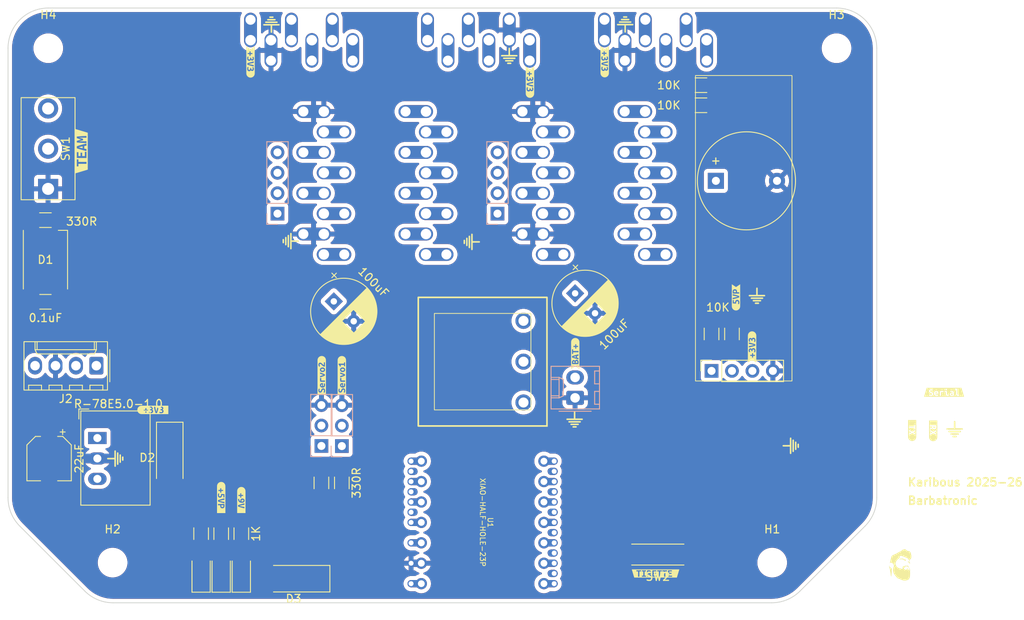
<source format=kicad_pcb>
(kicad_pcb (version 20241229) (generator "pcbnew") (generator_version "9.0")
  (layers (0 "F.Cu" signal "Front") (2 "B.Cu" signal "Back") (13 "F.Paste" user) (15 "B.Paste" user) (5 "F.SilkS" user "F.Silkscreen") (7 "B.SilkS" user "B.Silkscreen") (1 "F.Mask" user) (3 "B.Mask" user) (25 "Edge.Cuts" user))
  (net 0 "")
  (net 1 "GND")
  (net 2 "Net-(J7-Pin_1)")
  (net 3 "+5VP")
  (net 4 "+3.3V")
  (net 5 "Net-(J7-Pin_2)")
  (net 6 "Net-(J7-Pin_3)")
  (net 7 "Net-(J7-Pin_4)")
  (net 8 "Net-(J8-Pin_1)")
  (net 9 "Net-(J8-Pin_2)")
  (net 10 "Net-(J8-Pin_3)")
  (net 11 "Net-(J8-Pin_4)")
  (net 13 "Net-(D3-K)")
  (net 14 "Net-(D1-DIN)")
  (net 15 "RX")
  (net 16 "Net-(D4-A)")
  (net 17 "TX")
  (net 18 "Tirette")
  (net 19 "Net-(D5-A)")
  (net 20 "LED_Status")
  (net 21 "Net-(J4-Pin_1)")
  (net 23 "Color_Team")
  (net 24 "SCL")
  (net 25 "SDA")
  (net 27 "XSHUT_RIGHT")
  (net 29 "XSHUT_LEFT")
  (net 33 "LeftDir")
  (net 34 "LeftStep")
  (net 35 "LeftMS2")
  (net 36 "LeftMS1")
  (net 37 "EnDriver")
  (net 38 "RightDir")
  (net 39 "RightStep")
  (net 40 "+BATT")
  (net 43 "Net-(J6-Pin_1)")
  (net 44 "Servo01")
  (net 45 "Servo02")
  (net 51 "XSHUT_CENTER")
  (net 55 "+9V")
  (net 56 "Net-(D10-A)")
  (net 57 "Buzzer")
  (footprint "MountingHole:MountingHole_3.2mm_M3" (layer "F.Cu") (at 93 134)
    (property "Reference" "H2" (at 0 -4.15 0) (layer "F.SilkS"))
    (property "Value" "MountingHole")
    (pad "" np_thru_hole circle (at 0 0) (size 3.2 3.2) (drill 3.2) (layers "*.Cu" "*.Mask"))
  )
  (footprint "LOGO" (layer "F.Cu") (at 115.138539 94 -90)
    (property "Reference" "G***" (hide yes))
    (property "Value" "LOGO" (hide yes))
  )
  (footprint "kibuzzard-670C04A5" (layer "F.Cu") (at 154.176487 71.685492 -90)
    (property "Reference" "kibuzzard-670C04A5" (hide yes))
    (property "Value" "G***" (hide yes))
  )
  (footprint "LOGO" (layer "F.Cu") (at 142.310126 70.957562)
    (property "Reference" "G***" (hide yes))
    (property "Value" "LOGO" (hide yes))
  )
  (footprint "MountingHole:MountingHole_3.2mm_M3" (layer "F.Cu") (at 85 70)
    (property "Reference" "H4" (at 0 -4.15 0) (layer "F.SilkS"))
    (property "Value" "MountingHole")
    (pad "" np_thru_hole circle (at 0 0) (size 3.2 3.2) (drill 3.2) (layers "*.Cu" "*.Mask"))
  )
  (footprint "kibuzzard-670C04A5" (layer "F.Cu") (at 144.885584 74.232796 -90)
    (property "Reference" "kibuzzard-670C04A5" (hide yes))
    (property "Value" "G***" (hide yes))
  )
  (footprint "kibuzzard-670C04A5" (layer "F.Cu") (at 172.498539 107.165126 90)
    (property "Reference" "kibuzzard-670C04A5" (hide yes))
    (property "Value" "G***" (hide yes))
  )
  (footprint "MountingHole:MountingHole_3.2mm_M3" (layer "F.Cu") (at 175 134)
    (property "Reference" "H1" (at 0 -4.15 0) (layer "F.SilkS"))
    (property "Value" "MountingHole")
    (pad "" np_thru_hole circle (at 0 0) (size 3.2 3.2) (drill 3.2) (layers "*.Cu" "*.Mask"))
  )
  (footprint "LOGO" (layer "F.Cu") (at 150.435124 116.192187)
    (property "Reference" "G***" (hide yes))
    (property "Value" "LOGO" (hide yes))
  )
  (footprint "kibuzzard-670C047F" (layer "F.Cu") (at 150.518539 107.98 90)
    (property "Reference" "kibuzzard-670C047F" (hide yes))
    (property "Value" "G***" (hide yes))
  )
  (footprint "Capacitor_SMD:CP_Elec_5x5.4" (layer "F.Cu") (at 85.104001 121.060489 -90)
    (property "Reference" "C11")
    (property "Value" "22uF" (at 0 -3.75 90) (layer "F.SilkS"))
    (pad "1" smd roundrect (at -2.2 0 270) (size 3 1.6) (layers "F.Cu" "F.Mask" "F.Paste") (roundrect_rratio 0.15625) (net 55 "+9V"))
    (pad "2" smd roundrect (at 2.2 0 270) (size 3 1.6) (layers "F.Cu" "F.Mask" "F.Paste") (roundrect_rratio 0.15625) (net 1 "GND"))
  )
  (footprint "Converter_DCDC:Converter_DCDC_RECOM_R-78E-0.5_THT" (layer "F.Cu") (at 91.104001 118.503 -90)
    (property "Reference" "U5" (hide yes))
    (property "Value" "R-78E5.0-1.0" (at -4.247984 -2.611225 0) (layer "F.SilkS"))
    (pad "1" thru_hole rect (at 0 0 270) (size 1.5 2.3) (drill 1) (layers "*.Cu" "*.Mask") (net 55 "+9V"))
    (pad "2" thru_hole oval (at 2.54 0 270) (size 1.5 2.3) (drill 1) (layers "*.Cu" "*.Mask") (net 1 "GND") (thermal_bridge_width 1.2))
    (pad "3" thru_hole oval (at 5.079999 0 270) (size 1.5 2.3) (drill 1) (layers "*.Cu" "*.Mask") (net 3 "+5VP"))
  )
  (footprint "Connector_Molex:Molex_KK-254_AE-6410-04A_1x04_P2.54mm_Vertical" (layer "F.Cu") (at 90.98 109.5 180)
    (property "Reference" "J2" (at 3.81 -4.12 0) (layer "F.SilkS"))
    (property "Value" "Conn_01x04")
    (pad "1" thru_hole roundrect (at 0 0 180) (size 1.74 2.19) (drill 1.19) (layers "*.Cu" "*.Mask") (roundrect_rratio 0.143678) (net 17 "TX"))
    (pad "2" thru_hole oval (at 2.54 0 180) (size 1.74 2.19) (drill 1.19) (layers "*.Cu" "*.Mask") (net 15 "RX"))
    (pad "3" thru_hole oval (at 5.08 0 180) (size 1.74 2.19) (drill 1.19) (layers "*.Cu" "*.Mask") (net 1 "GND"))
    (pad "4" thru_hole oval (at 7.62 0 180) (size 1.74 2.19) (drill 1.19) (layers "*.Cu" "*.Mask") (net 3 "+5VP"))
  )
  (footprint "Diode_SMD:D_SMA_Handsoldering" (layer "F.Cu") (at 115.5 136 180)
    (property "Reference" "D3" (at 0 -2.5 0) (layer "F.SilkS"))
    (property "Value" "SS14")
    (pad "1" smd roundrect (at -2.5 0 180) (size 3.5 1.8) (layers "F.Cu" "F.Mask" "F.Paste") (roundrect_rratio 0.1388888889) (net 13 "Net-(D3-K)"))
    (pad "2" smd roundrect (at 2.5 0 180) (size 3.5 1.8) (layers "F.Cu" "F.Mask" "F.Paste") (roundrect_rratio 0.1388888889) (net 3 "+5VP"))
  )
  (footprint "kibuzzard-670C0436" (layer "F.Cu") (at 121.498539 110.71 90)
    (property "Reference" "kibuzzard-670C0436" (hide yes))
    (property "Value" "G***" (hide yes))
  )
  (footprint "Capacitor_THT:CP_Radial_D8.0mm_P3.50mm" (layer "F.Cu") (at 120.498539 101.5 -45)
    (property "Reference" "C7" (hide yes))
    (property "Value" "100uF" (at 1.800977 -5.17605 135) (layer "F.SilkS"))
    (pad "1" thru_hole rect (at 0 0 315) (size 1.6 1.6) (drill 0.8) (layers "*.Cu" "*.Mask") (net 55 "+9V"))
    (pad "2" thru_hole circle (at 3.5 0 315) (size 1.6 1.6) (drill 0.8) (layers "*.Cu" "*.Mask") (net 1 "GND"))
  )
  (footprint "LED_SMD:LED_1206_3216Metric" (layer "F.Cu") (at 109 135.399999 90)
    (property "Reference" "D4" (hide yes))
    (property "Value" "Red")
    (pad "1" smd roundrect (at -1.399999 0 90) (size 1.25 1.75) (layers "F.Cu" "F.Mask" "F.Paste") (roundrect_rratio 0.2) (net 1 "GND"))
    (pad "2" smd roundrect (at 1.399999 0 90) (size 1.25 1.75) (layers "F.Cu" "F.Mask" "F.Paste") (roundrect_rratio 0.2) (net 16 "Net-(D4-A)"))
  )
  (footprint "Resistor_SMD:R_1206_3216Metric_Pad1.30x1.75mm_HandSolder" (layer "F.Cu") (at 109 130.399999 90)
    (property "Reference" "R2" (hide yes))
    (property "Value" "1K" (at 0 1.82 90) (layer "F.SilkS"))
    (pad "1" smd roundrect (at -1.550001 0 90) (size 1.3 1.75) (layers "F.Cu" "F.Mask" "F.Paste") (roundrect_rratio 0.192308) (net 16 "Net-(D4-A)"))
    (pad "2" smd roundrect (at 1.550001 0 90) (size 1.3 1.75) (layers "F.Cu" "F.Mask" "F.Paste") (roundrect_rratio 0.192308) (net 55 "+9V"))
  )
  (footprint "kibuzzard-670C04A5" (layer "F.Cu") (at 110.146311 71.717502 -90)
    (property "Reference" "kibuzzard-670C04A5" (hide yes))
    (property "Value" "G***" (hide yes))
  )
  (footprint "LOGO" (layer "F.Cu") (at 177.316697 119.46535 90)
    (property "Reference" "G***" (hide yes))
    (property "Value" "LOGO" (hide yes))
  )
  (footprint "Connector_PinSocket_2.54mm:PinSocket_1x04_P2.54mm_Vertical" (layer "F.Cu") (at 167.46 110.148002 90)
    (property "Reference" "J13" (hide yes))
    (property "Value" "OLED" (hide yes))
    (pad "1" thru_hole rect (at 0 0 90) (size 1.7 1.7) (drill 1) (layers "*.Cu" "*.Mask") (net 25 "SDA"))
    (pad "2" thru_hole oval (at 0 2.54 90) (size 1.7 1.7) (drill 1) (layers "*.Cu" "*.Mask") (net 24 "SCL"))
    (pad "3" thru_hole oval (at 0 5.079999 90) (size 1.7 1.7) (drill 1) (layers "*.Cu" "*.Mask") (net 4 "+3.3V"))
    (pad "4" thru_hole oval (at 0 7.62 90) (size 1.7 1.7) (drill 1) (layers "*.Cu" "*.Mask") (net 1 "GND"))
  )
  (footprint "Resistor_SMD:R_1206_3216Metric_Pad1.30x1.75mm_HandSolder" (layer "F.Cu") (at 166.148538 74.6 180)
    (property "Reference" "R11" (hide yes))
    (property "Value" "10K" (at 4 0 0) (layer "F.SilkS"))
    (pad "1" smd roundrect (at -1.550001 0 180) (size 1.3 1.75) (layers "F.Cu" "F.Mask" "F.Paste") (roundrect_rratio 0.192308) (net 4 "+3.3V"))
    (pad "2" smd roundrect (at 1.550001 0 180) (size 1.3 1.75) (layers "F.Cu" "F.Mask" "F.Paste") (roundrect_rratio 0.192308) (net 25 "SDA"))
  )
  (footprint "kibuzzard-670C0614" (layer "F.Cu") (at 106.5 125.899999 -90)
    (property "Reference" "kibuzzard-670C0614" (hide yes))
    (property "Value" "G***" (hide yes))
  )
  (footprint "Buzzer_Beeper:Buzzer_12x9.5RM7.6" (layer "F.Cu") (at 168 86.5)
    (property "Reference" "BZ2" (hide yes))
    (property "Value" "Buzzer")
    (fp_text user "+" (at -0.01 -2.54 0) (layer "F.SilkS"))
    (pad "1" thru_hole rect (at 0 0) (size 2 2) (drill 1) (layers "*.Cu" "*.Mask") (net 57 "Buzzer"))
    (pad "2" thru_hole circle (at 7.600001 0) (size 2 2) (drill 1) (layers "*.Cu" "*.Mask") (net 1 "GND"))
  )
  (footprint "PAMI-2025:UB16SKW03N-C" (layer "F.Cu") (at 139 109)
    (property "Reference" "SW3" (hide yes))
    (property "Value" "SW_SPDT")
    (pad "1" thru_hole circle (at 5.08 5.08) (size 2 2) (drill 1.25) (layers "*.Cu" "*.Mask") (net 40 "+BATT"))
    (pad "2" thru_hole circle (at 5.079999 0) (size 2 2) (drill 1.25) (layers "*.Cu" "*.Mask") (net 55 "+9V"))
    (pad "3" thru_hole circle (at 5.08 -5.08) (size 2 2) (drill 1.25) (layers "*.Cu" "*.Mask"))
  )
  (footprint "LOGO" (layer "F.Cu") (at 156.719972 67.037083 180)
    (property "Reference" "G***" (hide yes))
    (property "Value" "LOGO" (hide yes))
  )
  (footprint "LOGO" (layer "F.Cu") (at 190.894539 134.2808)
    (property "Reference" "G***" (hide yes))
    (property "Value" "LOGO" (hide yes))
  )
  (footprint "kibuzzard-670C07A3" (layer "F.Cu") (at 192.400963 117.564976 -90)
    (property "Reference" "kibuzzard-670C07A3" (hide yes))
    (property "Value" "G***" (hide yes))
  )
  (footprint "Capacitor_THT:CP_Radial_D8.0mm_P3.50mm" (layer "F.Cu") (at 150.498539 100.5 -45)
    (property "Reference" "C6" (hide yes))
    (property "Value" "100uF" (at 7.041369 0.162635 45) (layer "F.SilkS"))
    (pad "1" thru_hole rect (at 0 0 315) (size 1.6 1.6) (drill 0.8) (layers "*.Cu" "*.Mask") (net 55 "+9V"))
    (pad "2" thru_hole circle (at 3.5 0 315) (size 1.6 1.6) (drill 0.8) (layers "*.Cu" "*.Mask") (net 1 "GND"))
  )
  (footprint "PAMI-2025:Step-Stick Driver Bottom Entry Version" (layer "F.Cu") (at 125.608539 86.77 180)
    (property "Reference" "U4" (hide yes))
    (property "Value" "TMC2208_SILENTSTEPSTICK")
    (pad "1" thru_hole oval (at -8.89 -8.89 180) (size 4.3 1.6) (drill 1.25 (offset 1.27 0)) (layers "*.Cu" "*.Mask") (net 37 "EnDriver"))
    (pad "1" thru_hole circle (at -6.35 -8.89) (size 1.55 1.55) (drill 1.3) (layers "*.Cu" "*.Mask") (net 37 "EnDriver"))
    (pad "2" thru_hole circle (at -6.35 -6.35) (size 1.55 1.55) (drill 1.3) (layers "*.Cu" "*.Mask") (net 36 "LeftMS1"))
    (pad "2" thru_hole oval (at -3.81 -6.35) (size 4.3 1.6) (drill 1.25 (offset 1.27 0)) (layers "*.Cu" "*.Mask") (net 36 "LeftMS1"))
    (pad "3" thru_hole oval (at -8.89 -3.81 180) (size 4.3 1.6) (drill 1.25 (offset 1.27 0)) (layers "*.Cu" "*.Mask") (net 35 "LeftMS2"))
    (pad "3" thru_hole circle (at -6.35 -3.81) (size 1.55 1.55) (drill 1.3) (layers "*.Cu" "*.Mask") (net 35 "LeftMS2"))
    (pad "4" thru_hole circle (at -6.35 -1.270001) (size 1.55 1.55) (drill 1.3) (layers "*.Cu" "*.Mask"))
    (pad "4" thru_hole oval (at -3.81 -1.27) (size 4.3 1.6) (drill 1.25 (offset 1.27 0)) (layers "*.Cu" "*.Mask"))
    (pad "5" thru_hole oval (at -8.89 1.27 180) (size 4.3 1.6) (drill 1.25 (offset 1.27 0)) (layers "*.Cu" "*.Mask"))
    (pad "5" thru_hole circle (at -6.35 1.270001) (size 1.55 1.55) (drill 1.3) (layers "*.Cu" "*.Mask"))
    (pad "6" thru_hole circle (at -6.35 3.81) (size 1.55 1.55) (drill 1.3) (layers "*.Cu" "*.Mask"))
    (pad "6" thru_hole oval (at -3.81 3.81) (size 4.3 1.6) (drill 1.25 (offset 1.27 0)) (layers "*.Cu" "*.Mask"))
    (pad "7" thru_hole oval (at -8.89 6.35 180) (size 4.3 1.6) (drill 1.25 (offset 1.27 0)) (layers "*.Cu" "*.Mask") (net 34 "LeftStep"))
    (pad "7" thru_hole circle (at -6.35 6.35) (size 1.55 1.55) (drill 1.3) (layers "*.Cu" "*.Mask") (net 34 "LeftStep"))
    (pad "8" thru_hole circle (at -6.35 8.89) (size 1.55 1.55) (drill 1.3) (layers "*.Cu" "*.Mask") (net 33 "LeftDir"))
    (pad "8" thru_hole oval (at -3.81 8.89) (size 4.3 1.6) (drill 1.25 (offset 1.27 0)) (layers "*.Cu" "*.Mask") (net 33 "LeftDir"))
    (pad "9" thru_hole circle (at 6.35 8.89) (size 1.55 1.55) (drill 1.3) (layers "*.Cu" "*.Mask") (net 1 "GND"))
    (pad "9" thru_hole oval (at 8.89 8.89) (size 4.3 1.6) (drill 1.25 (offset 1.27 0)) (layers "*.Cu" "*.Mask") (net 1 "GND"))
    (pad "10" thru_hole oval (at 3.81 6.35 180) (size 4.3 1.6) (drill 1.25 (offset 1.27 0)) (layers "*.Cu" "*.Mask") (net 4 "+3.3V"))
    (pad "10" thru_hole circle (at 6.35 6.35) (size 1.55 1.55) (drill 1.3) (layers "*.Cu" "*.Mask") (net 4 "+3.3V"))
    (pad "11" thru_hole circle (at 6.35 3.81) (size 1.55 1.55) (drill 1.3) (layers "*.Cu" "*.Mask") (net 7 "Net-(J7-Pin_4)"))
    (pad "11" thru_hole oval (at 8.89 3.81) (size 4.3 1.6) (drill 1.25 (offset 1.27 0)) (layers "*.Cu" "*.Mask") (net 7 "Net-(J7-Pin_4)"))
    (pad "12" thru_hole oval (at 3.81 1.27 180) (size 4.3 1.6) (drill 1.25 (offset 1.27 0)) (layers "*.Cu" "*.Mask") (net 6 "Net-(J7-Pin_3)"))
    (pad "12" thru_hole circle (at 6.35 1.270001) (size 1.55 1.55) (drill 1.3) (layers "*.Cu" "*.Mask") (net 6 "Net-(J7-Pin_3)"))
    (pad "13" thru_hole circle (at 6.35 -1.270001) (size 1.55 1.55) (drill 1.3) (layers "*.Cu" "*.Mask") (net 5 "Net-(J7-Pin_2)"))
    (pad "13" thru_hole oval (at 8.89 -1.27) (size 4.3 1.6) (drill 1.25 (offset 1.27 0)) (layers "*.Cu" "*.Mask") (net 5 "Net-(J7-Pin_2)"))
    (pad "14" thru_hole oval (at 3.81 -3.81 180) (size 4.3 1.6) (drill 1.25 (offset 1.27 0)) (layers "*.Cu" "*.Mask") (net 2 "Net-(J7-Pin_1)"))
    (pad "14" thru_hole circle (at 6.35 -3.81) (size 1.55 1.55) (drill 1.3) (layers "*.Cu" "*.Mask") (net 2 "Net-(J7-Pin_1)"))
    (pad "15" thru_hole circle (at 6.35 -6.35) (size 1.55 1.55) (drill 1.3) (layers "*.Cu" "*.Mask") (net 1 "GND"))
    (pad "15" thru_hole oval (at 8.89 -6.35) (size 4.3 1.6) (drill 1.25 (offset 1.27 0)) (layers "*.Cu" "*.Mask") (net 1 "GND"))
    (pad "16" thru_hole oval (at 3.81 -8.89 180) (size 4.3 1.6) (drill 1.25 (offset 1.27 0)) (layers "*.Cu" "*.Mask") (net 55 "+9V"))
    (pad "16" thru_hole circle (at 6.35 -8.89) (size 1.55 1.55) (drill 1.3) (layers "*.Cu" "*.Mask") (net 55 "+9V"))
  )
  (footprint "xiao ESP32S3 Plus_PCB:MOUDLE23P-SMD-2.54-21X17.8MM.kicad_mod.kicad_sym" (layer "F.Cu") (at 139 129 -90)
    (property "Reference" "U1" (at 0 -0.9525 270) (layer "F.SilkS") (effects (font (size 0.635 0.635) (thickness 0.1016))))
    (property "Value" "XIAO-HALF-HOLE-23P" (at 0 0 270) (layer "F.SilkS") (effects (font (size 0.635 0.635) (thickness 0.1016))))
    (fp_rect (start -8.0718 8.0772) (end -7.1682 8.9408) (fill yes) (layer "F.Cu"))
    (fp_rect (start -5.5318 8.0772) (end -4.6282 8.9408) (fill yes) (layer "F.Cu"))
    (fp_rect (start -2.9918 8.0772) (end -2.0882 8.9408) (fill yes) (layer "F.Cu"))
    (fp_rect (start -0.4518 8.0772) (end 0.4518 8.9408) (fill yes) (layer "F.Cu"))
    (fp_rect (start 2.0882 8.0772) (end 2.9918 8.9408) (fill yes) (layer "F.Cu"))
    (fp_rect (start 4.6282 8.0772) (end 5.5318 8.9408) (fill yes) (layer "F.Cu"))
    (fp_rect (start 7.1682 8.0772) (end 8.0718 8.9408) (fill yes) (layer "F.Cu"))
    (fp_rect (start -8.0718 -8.9408) (end -7.1682 -8.0772) (fill yes) (layer "F.Cu"))
    (fp_rect (start -5.5318 -8.9408) (end -4.6282 -8.0772) (fill yes) (layer "F.Cu"))
    (fp_rect (start -2.9918 -8.9408) (end -2.0882 -8.0772) (fill yes) (layer "F.Cu"))
    (fp_rect (start -0.4518 -8.9408) (end 0.4518 -8.0772) (fill yes) (layer "F.Cu"))
    (fp_rect (start 2.0882 -8.9408) (end 2.9918 -8.0772) (fill yes) (layer "F.Cu"))
    (fp_rect (start 4.6282 -8.9408) (end 5.5318 -8.0772) (fill yes) (layer "F.Cu"))
    (fp_rect (start 7.1682 -8.9408) (end 8.0718 -8.0772) (fill yes) (layer "F.Cu"))
    (fp_poly (pts (xy -6.781269 8.375371) (xy -6.719845 8.254822) (xy -6.621243 8.15622) (xy -6.378046 8.0772) (xy -6.326002 8.0772) (xy -6.196371 8.097731) (xy -6.075822 8.159155) (xy -5.97722 8.257757) (xy -5.8982 8.500954) (xy -5.8982 8.9408) (xy -6.8018 8.9408) (xy -6.8018 8.505002)) (fill yes) (layer "F.Cu"))
    (fp_poly (pts (xy -4.241269 8.375371) (xy -4.179845 8.254822) (xy -4.081243 8.15622) (xy -3.838046 8.0772) (xy -3.786002 8.0772) (xy -3.656371 8.097731) (xy -3.535822 8.159155) (xy -3.43722 8.257757) (xy -3.3582 8.500954) (xy -3.3582 8.9408) (xy -4.2618 8.9408) (xy -4.2618 8.505002)) (fill yes) (layer "F.Cu"))
    (fp_poly (pts (xy -1.701269 8.375371) (xy -1.639845 8.254822) (xy -1.541243 8.15622) (xy -1.298046 8.0772) (xy -1.246002 8.0772) (xy -1.116371 8.097731) (xy -0.995822 8.159155) (xy -0.89722 8.257757) (xy -0.8182 8.500954) (xy -0.8182 8.9408) (xy -1.7218 8.9408) (xy -1.7218 8.505002)) (fill yes) (layer "F.Cu"))
    (fp_poly (pts (xy -5.918731 -8.375371) (xy -5.980155 -8.254822) (xy -6.078757 -8.15622) (xy -6.321954 -8.0772) (xy -6.373998 -8.0772) (xy -6.503629 -8.097731) (xy -6.624178 -8.159155) (xy -6.72278 -8.257757) (xy -6.8018 -8.500954) (xy -6.8018 -8.9408) (xy -5.8982 -8.9408) (xy -5.8982 -8.505002)) (fill yes) (layer "F.Cu"))
    (fp_poly (pts (xy -3.378731 -8.375371) (xy -3.440155 -8.254822) (xy -3.538757 -8.15622) (xy -3.781954 -8.0772) (xy -3.833998 -8.0772) (xy -3.963629 -8.097731) (xy -4.084178 -8.159155) (xy -4.18278 -8.257757) (xy -4.2618 -8.500954) (xy -4.2618 -8.9408) (xy -3.3582 -8.9408) (xy -3.3582 -8.505002)) (fill yes) (layer "F.Cu"))
    (fp_poly (pts (xy -0.838731 -8.375371) (xy -0.900155 -8.254822) (xy -0.998757 -8.15622) (xy -1.241954 -8.0772) (xy -1.293998 -8.0772) (xy -1.423629 -8.097731) (xy -1.544178 -8.159155) (xy -1.64278 -8.257757) (xy -1.7218 -8.500954) (xy -1.7218 -8.9408) (xy -0.8182 -8.9408) (xy -0.8182 -8.505002)) (fill yes) (layer "F.Cu"))
    (fp_poly (pts (xy 1.701269 -8.375371) (xy 1.639845 -8.254822) (xy 1.541243 -8.15622) (xy 1.298046 -8.0772) (xy 1.246002 -8.0772) (xy 1.116371 -8.097731) (xy 0.995822 -8.159155) (xy 0.89722 -8.257757) (xy 0.8182 -8.500954) (xy 0.8182 -8.9408) (xy 1.7218 -8.9408) (xy 1.7218 -8.505002)) (fill yes) (layer "F.Cu"))
    (fp_poly (pts (xy 4.241269 -8.375371) (xy 4.179845 -8.254822) (xy 4.081243 -8.15622) (xy 3.838046 -8.0772) (xy 3.786002 -8.0772) (xy 3.656371 -8.097731) (xy 3.535822 -8.159155) (xy 3.43722 -8.257757) (xy 3.3582 -8.500954) (xy 3.3582 -8.9408) (xy 4.2618 -8.9408) (xy 4.2618 -8.505002)) (fill yes) (layer "F.Cu"))
    (fp_poly (pts (xy 6.781269 -8.375371) (xy 6.719845 -8.254822) (xy 6.621243 -8.15622) (xy 6.378046 -8.0772) (xy 6.326002 -8.0772) (xy 6.196371 -8.097731) (xy 6.075822 -8.159155) (xy 5.97722 -8.257757) (xy 5.8982 -8.500954) (xy 5.8982 -8.9408) (xy 6.8018 -8.9408) (xy 6.8018 -8.505002)) (fill yes) (layer "F.Cu"))
    (fp_rect (start -8.0718 8.0772) (end -7.1682 8.9408) (fill yes) (layer "B.Cu"))
    (fp_rect (start -5.5318 8.0772) (end -4.6282 8.9408) (fill yes) (layer "B.Cu"))
    (fp_rect (start -2.9918 8.0772) (end -2.0882 8.9408) (fill yes) (layer "B.Cu"))
    (fp_rect (start -0.4518 8.0772) (end 0.4518 8.9408) (fill yes) (layer "B.Cu"))
    (fp_rect (start 2.0882 8.0772) (end 2.9918 8.9408) (fill yes) (layer "B.Cu"))
    (fp_rect (start 4.6282 8.0772) (end 5.5318 8.9408) (fill yes) (layer "B.Cu"))
    (fp_rect (start 7.1682 8.0772) (end 8.0718 8.9408) (fill yes) (layer "B.Cu"))
    (fp_rect (start -8.0718 -8.9408) (end -7.1682 -8.0772) (fill yes) (layer "B.Cu"))
    (fp_rect (start -5.5318 -8.9408) (end -4.6282 -8.0772) (fill yes) (layer "B.Cu"))
    (fp_rect (start -2.9918 -8.9408) (end -2.0882 -8.0772) (fill yes) (layer "B.Cu"))
    (fp_rect (start -0.4518 -8.9408) (end 0.4518 -8.0772) (fill yes) (layer "B.Cu"))
    (fp_rect (start 2.0882 -8.9408) (end 2.9918 -8.0772) (fill yes) (layer "B.Cu"))
    (fp_rect (start 4.6282 -8.9408) (end 5.5318 -8.0772) (fill yes) (layer "B.Cu"))
    (fp_rect (start 7.1682 -8.9408) (end 8.0718 -8.0772) (fill yes) (layer "B.Cu"))
    (fp_poly (pts (xy -6.781269 8.375371) (xy -6.719845 8.254822) (xy -6.621243 8.15622) (xy -6.378046 8.0772) (xy -6.326002 8.0772) (xy -6.196371 8.097731) (xy -6.075822 8.159155) (xy -5.97722 8.257757) (xy -5.8982 8.500954) (xy -5.8982 8.9408) (xy -6.8018 8.9408) (xy -6.8018 8.505002)) (fill yes) (layer "B.Cu"))
    (fp_poly (pts (xy -4.241269 8.375371) (xy -4.179845 8.254822) (xy -4.081243 8.15622) (xy -3.838046 8.0772) (xy -3.786002 8.0772) (xy -3.656371 8.097731) (xy -3.535822 8.159155) (xy -3.43722 8.257757) (xy -3.3582 8.500954) (xy -3.3582 8.9408) (xy -4.2618 8.9408) (xy -4.2618 8.505002)) (fill yes) (layer "B.Cu"))
    (fp_poly (pts (xy -1.701269 8.375371) (xy -1.639845 8.254822) (xy -1.541243 8.15622) (xy -1.298046 8.0772) (xy -1.246002 8.0772) (xy -1.116371 8.097731) (xy -0.995822 8.159155) (xy -0.89722 8.257757) (xy -0.8182 8.500954) (xy -0.8182 8.9408) (xy -1.7218 8.9408) (xy -1.7218 8.505002)) (fill yes) (layer "B.Cu"))
    (fp_poly (pts (xy -5.918731 -8.375371) (xy -5.980155 -8.254822) (xy -6.078757 -8.15622) (xy -6.321954 -8.0772) (xy -6.373998 -8.0772) (xy -6.503629 -8.097731) (xy -6.624178 -8.159155) (xy -6.72278 -8.257757) (xy -6.8018 -8.500954) (xy -6.8018 -8.9408) (xy -5.8982 -8.9408) (xy -5.8982 -8.505002)) (fill yes) (layer "B.Cu"))
    (fp_poly (pts (xy -3.378731 -8.375371) (xy -3.440155 -8.254822) (xy -3.538757 -8.15622) (xy -3.781954 -8.0772) (xy -3.833998 -8.0772) (xy -3.963629 -8.097731) (xy -4.084178 -8.159155) (xy -4.18278 -8.257757) (xy -4.2618 -8.500954) (xy -4.2618 -8.9408) (xy -3.3582 -8.9408) (xy -3.3582 -8.505002)) (fill yes) (layer "B.Cu"))
    (fp_poly (pts (xy -0.838731 -8.375371) (xy -0.900155 -8.254822) (xy -0.998757 -8.15622) (xy -1.241954 -8.0772) (xy -1.293998 -8.0772) (xy -1.423629 -8.097731) (xy -1.544178 -8.159155) (xy -1.64278 -8.257757) (xy -1.7218 -8.500954) (xy -1.7218 -8.9408) (xy -0.8182 -8.9408) (xy -0.8182 -8.505002)) (fill yes) (layer "B.Cu"))
    (fp_poly (pts (xy 1.701269 -8.375371) (xy 1.639845 -8.254822) (xy 1.541243 -8.15622) (xy 1.298046 -8.0772) (xy 1.246002 -8.0772) (xy 1.116371 -8.097731) (xy 0.995822 -8.159155) (xy 0.89722 -8.257757) (xy 0.8182 -8.500954) (xy 0.8182 -8.9408) (xy 1.7218 -8.9408) (xy 1.7218 -8.505002)) (fill yes) (layer "B.Cu"))
    (fp_poly (pts (xy 4.241269 -8.375371) (xy 4.179845 -8.254822) (xy 4.081243 -8.15622) (xy 3.838046 -8.0772) (xy 3.786002 -8.0772) (xy 3.656371 -8.097731) (xy 3.535822 -8.159155) (xy 3.43722 -8.257757) (xy 3.3582 -8.500954) (xy 3.3582 -8.9408) (xy 4.2618 -8.9408) (xy 4.2618 -8.505002)) (fill yes) (layer "B.Cu"))
    (fp_poly (pts (xy 6.781269 -8.375371) (xy 6.719845 -8.254822) (xy 6.621243 -8.15622) (xy 6.378046 -8.0772) (xy 6.326002 -8.0772) (xy 6.196371 -8.097731) (xy 6.075822 -8.159155) (xy 5.97722 -8.257757) (xy 5.8982 -8.500954) (xy 5.8982 -8.9408) (xy 6.8018 -8.9408) (xy 6.8018 -8.505002)) (fill yes) (layer "B.Cu"))
    (pad "1" thru_hole circle (at 7.62 -8.89 90) (size 0.9 0.9) (drill 0.6) (layers "*.Cu" "*.Mask"))
    (pad "1" thru_hole circle (at 7.62 -7.62 180) (size 1.4 1.4) (drill 0.85) (layers "*.Cu" "*.Mask"))
    (pad "2" thru_hole circle (at 5.08 -8.89 90) (size 0.9 0.9) (drill 0.6) (layers "*.Cu" "*.Mask"))
    (pad "2" thru_hole circle (at 5.08 -7.62 180) (size 1.4 1.4) (drill 0.85) (layers "*.Cu" "*.Mask"))
    (pad "3" thru_hole circle (at 2.54 -8.89 90) (size 0.9 0.9) (drill 0.6) (layers "*.Cu" "*.Mask"))
    (pad "3" thru_hole circle (at 2.54 -7.62 180) (size 1.4 1.4) (drill 0.85) (layers "*.Cu" "*.Mask"))
    (pad "4" thru_hole circle (at 0 -8.89 90) (size 0.9 0.9) (drill 0.6) (layers "*.Cu" "*.Mask"))
    (pad "4" thru_hole circle (at 0 -7.62 180) (size 1.4 1.4) (drill 0.85) (layers "*.Cu" "*.Mask"))
    (pad "5" thru_hole circle (at -2.54 -8.89 90) (size 0.9 0.9) (drill 0.6) (layers "*.Cu" "*.Mask") (net 25 "SDA"))
    (pad "5" thru_hole circle (at -2.54 -7.62 180) (size 1.4 1.4) (drill 0.85) (layers "*.Cu" "*.Mask") (net 25 "SDA"))
    (pad "6" thru_hole circle (at -5.08 -8.89 90) (size 0.9 0.9) (drill 0.6) (layers "*.Cu" "*.Mask") (net 24 "SCL"))
    (pad "6" thru_hole circle (at -5.08 -7.62 180) (size 1.4 1.4) (drill 0.85) (layers "*.Cu" "*.Mask") (net 24 "SCL"))
    (pad "7" thru_hole circle (at -7.62 -8.89 90) (size 0.9 0.9) (drill 0.6) (layers "*.Cu" "*.Mask") (net 17 "TX"))
    (pad "7" thru_hole circle (at -7.62 -7.62 180) (size 1.4 1.4) (drill 0.85) (layers "*.Cu" "*.Mask") (net 17 "TX"))
    (pad "8" thru_hole circle (at -7.62 7.62) (size 1.4 1.4) (drill 0.85) (layers "*.Cu" "*.Mask") (net 15 "RX"))
    (pad "8" thru_hole circle (at -7.62 8.89 270) (size 0.9 0.9) (drill 0.6) (layers "*.Cu" "*.Mask") (net 15 "RX"))
    (pad "9" thru_hole circle (at -5.08 7.62) (size 1.4 1.4) (drill 0.85) (layers "*.Cu" "*.Mask"))
    (pad "9" thru_hole circle (at -5.08 8.89 270) (size 0.9 0.9) (drill 0.6) (layers "*.Cu" "*.Mask"))
    (pad "10" thru_hole circle (at -2.54 7.62) (size 1.4 1.4) (drill 0.85) (layers "*.Cu" "*.Mask"))
    (pad "10" thru_hole circle (at -2.54 8.89 270) (size 0.9 0.9) (drill 0.6) (layers "*.Cu" "*.Mask"))
    (pad "11" thru_hole circle (at 0 7.62) (size 1.4 1.4) (drill 0.85) (layers "*.Cu" "*.Mask"))
    (pad "11" thru_hole circle (at 0 8.89 270) (size 0.9 0.9) (drill 0.6) (layers "*.Cu" "*.Mask"))
    (pad "12" thru_hole circle (at 2.54 7.62) (size 1.4 1.4) (drill 0.85) (layers "*.Cu" "*.Mask") (net 4 "+3.3V"))
    (pad "12" thru_hole circle (at 2.54 8.89 270) (size 0.9 0.9) (drill 0.6) (layers "*.Cu" "*.Mask") (net 4 "+3.3V"))
    (pad "13" thru_hole circle (at 5.08 7.62) (size 1.4 1.4) (drill 0.85) (layers "*.Cu" "*.Mask") (net 1 "GND"))
    (pad "13" thru_hole circle (at 5.08 8.89 270) (size 0.9 0.9) (drill 0.6) (layers "*.Cu" "*.Mask") (net 1 "GND"))
    (pad "14" thru_hole circle (at 7.62 7.62) (size 1.4 1.4) (drill 0.85) (layers "*.Cu" "*.Mask") (net 13 "Net-(D3-K)"))
    (pad "14" thru_hole circle (at 7.62 8.89 270) (size 0.9 0.9) (drill 0.6) (layers "*.Cu" "*.Mask") (net 13 "Net-(D3-K)"))
    (pad "15" thru_hole circle (at 6.35 -8.89 90) (size 0.9 0.9) (drill 0.6) (layers "*.Cu" "*.Mask"))
    (pad "16" thru_hole circle (at 3.81 -8.89 90) (size 0.9 0.9) (drill 0.6) (layers "*.Cu" "*.Mask"))
    (pad "17" thru_hole circle (at 1.27 -8.89 90) (size 0.9 0.9) (drill 0.6) (layers "*.Cu" "*.Mask"))
    (pad "18" thru_hole circle (at -1.27 -8.89 90) (size 0.9 0.9) (drill 0.6) (layers "*.Cu" "*.Mask"))
    (pad "19" thru_hole circle (at -3.81 -8.89 90) (size 0.9 0.9) (drill 0.6) (layers "*.Cu" "*.Mask"))
    (pad "20" thru_hole circle (at -6.35 -8.89 90) (size 0.9 0.9) (drill 0.6) (layers "*.Cu" "*.Mask"))
    (pad "21" thru_hole circle (at -6.35 8.89 270) (size 0.9 0.9) (drill 0.6) (layers "*.Cu" "*.Mask"))
    (pad "22" thru_hole circle (at -3.81 8.89 270) (size 0.9 0.9) (drill 0.6) (layers "*.Cu" "*.Mask"))
    (pad "23" thru_hole circle (at -1.27 8.89 270) (size 0.9 0.9) (drill 0.6) (layers "*.Cu" "*.Mask"))
  )
  (footprint "Diode_SMD:D_SMA_Handsoldering" (layer "F.Cu") (at 100.104001 121.043 -90)
    (property "Reference" "D2" (at -0.093 2.7925 0) (layer "F.SilkS"))
    (property "Value" "D_Small")
    (pad "1" smd roundrect (at -2.5 0 270) (size 3.5 1.8) (layers "F.Cu" "F.Mask" "F.Paste") (roundrect_rratio 0.1388888889) (net 55 "+9V"))
    (pad "2" smd roundrect (at 2.5 0 270) (size 3.5 1.8) (layers "F.Cu" "F.Mask" "F.Paste") (roundrect_rratio 0.1388888889) (net 3 "+5VP"))
  )
  (footprint "LED_SMD:LED_1206_3216Metric" (layer "F.Cu") (at 104.003 135.395999 90)
    (property "Reference" "D5" (hide yes))
    (property "Value" "Green")
    (pad "1" smd roundrect (at -1.399999 0 90) (size 1.25 1.75) (layers "F.Cu" "F.Mask" "F.Paste") (roundrect_rratio 0.2) (net 1 "GND"))
    (pad "2" smd roundrect (at 1.399999 0 90) (size 1.25 1.75) (layers "F.Cu" "F.Mask" "F.Paste") (roundrect_rratio 0.2) (net 19 "Net-(D5-A)"))
  )
  (footprint "Resistor_SMD:R_1206_3216Metric_Pad1.30x1.75mm_HandSolder" (layer "F.Cu") (at 166.148538 77.1 180)
    (property "Reference" "R10" (hide yes))
    (property "Value" "10K" (at 4 0 0) (layer "F.SilkS"))
    (pad "1" smd roundrect (at -1.550001 0 180) (size 1.3 1.75) (layers "F.Cu" "F.Mask" "F.Paste") (roundrect_rratio 0.192308) (net 4 "+3.3V"))
    (pad "2" smd roundrect (at 1.550001 0 180) (size 1.3 1.75) (layers "F.Cu" "F.Mask" "F.Paste") (roundrect_rratio 0.192308) (net 24 "SCL"))
  )
  (footprint "kibuzzard-670C0798" (layer "F.Cu") (at 195.014616 117.606683 -90)
    (property "Reference" "kibuzzard-670C0798" (hide yes))
    (property "Value" "G***" (hide yes))
  )
  (footprint "Resistor_SMD:R_1206_3216Metric_Pad1.30x1.75mm_HandSolder" (layer "F.Cu") (at 104.003 130.395999 90)
    (property "Reference" "R4" (hide yes))
    (property "Value" "1K")
    (pad "1" smd roundrect (at -1.550001 0 90) (size 1.3 1.75) (layers "F.Cu" "F.Mask" "F.Paste") (roundrect_rratio 0.192308) (net 19 "Net-(D5-A)"))
    (pad "2" smd roundrect (at 1.550001 0 90) (size 1.3 1.75) (layers "F.Cu" "F.Mask" "F.Paste") (roundrect_rratio 0.192308) (net 4 "+3.3V"))
  )
  (footprint "LOGO" (layer "F.Cu") (at 173.104268 100.808911)
    (property "Reference" "G***" (hide yes))
    (property "Value" "LOGO" (hide yes))
  )
  (footprint "Resistor_SMD:R_1206_3216Metric_Pad1.30x1.75mm_HandSolder" (layer "F.Cu") (at 118.958539 124.083001 90)
    (property "Reference" "R12" (hide yes))
    (property "Value" "330R")
    (pad "1" smd roundrect (at -1.550001 0 90) (size 1.3 1.75) (layers "F.Cu" "F.Mask" "F.Paste") (roundrect_rratio 0.192308) (net 45 "Servo02"))
    (pad "2" smd roundrect (at 1.550001 0 90) (size 1.3 1.75) (layers "F.Cu" "F.Mask" "F.Paste") (roundrect_rratio 0.192308) (net 43 "Net-(J6-Pin_1)"))
  )
  (footprint "LOGO" (layer "F.Cu") (at 197.682418 117.400094)
    (property "Reference" "G***" (hide yes))
    (property "Value" "LOGO" (hide yes))
  )
  (footprint "LOGO" (layer "F.Cu") (at 112.739703 67.057937 180)
    (property "Reference" "G***" (hide yes))
    (property "Value" "LOGO" (hide yes))
  )
  (footprint "kibuzzard-670C060B" (layer "F.Cu") (at 109.001946 126.210369 -90)
    (property "Reference" "kibuzzard-670C060B" (hide yes))
    (property "Value" "G***" (hide yes))
  )
  (footprint "Resistor_SMD:R_1206_3216Metric_Pad1.30x1.75mm_HandSolder" (layer "F.Cu") (at 106.5 130.399999 90)
    (property "Reference" "R13" (hide yes))
    (property "Value" "1K")
    (pad "1" smd roundrect (at -1.550001 0 90) (size 1.3 1.75) (layers "F.Cu" "F.Mask" "F.Paste") (roundrect_rratio 0.192308) (net 56 "Net-(D10-A)"))
    (pad "2" smd roundrect (at 1.550001 0 90) (size 1.3 1.75) (layers "F.Cu" "F.Mask" "F.Paste") (roundrect_rratio 0.192308) (net 3 "+5VP"))
  )
  (footprint "kibuzzard-670C077D" (layer "F.Cu") (at 196.368641 112.812299)
    (property "Reference" "kibuzzard-670C077D" (hide yes))
    (property "Value" "G***" (hide yes))
  )
  (footprint "Resistor_SMD:R_1206_3216Metric_Pad1.30x1.75mm_HandSolder" (layer "F.Cu") (at 170 105.550001 -90)
    (property "Reference" "R7" (hide yes))
    (property "Value" "10K")
    (pad "1" smd roundrect (at -1.550001 0 270) (size 1.3 1.75) (layers "F.Cu" "F.Mask" "F.Paste") (roundrect_rratio 0.192308) (net 4 "+3.3V"))
    (pad "2" smd roundrect (at 1.550001 0 270) (size 1.3 1.75) (layers "F.Cu" "F.Mask" "F.Paste") (roundrect_rratio 0.192308) (net 24 "SCL"))
  )
  (footprint "kibuzzard-670C0418" (layer "F.Cu") (at 118.998539 110.71 90)
    (property "Reference" "kibuzzard-670C0418" (hide yes))
    (property "Value" "G***" (hide yes))
  )
  (footprint "Resistor_SMD:R_1206_3216Metric_Pad1.30x1.75mm_HandSolder" (layer "F.Cu") (at 121.498539 124.083001 90)
    (property "Reference" "R6" (hide yes))
    (property "Value" "330R" (at 0 1.82 90) (layer "F.SilkS"))
    (pad "1" smd roundrect (at -1.550001 0 90) (size 1.3 1.75) (layers "F.Cu" "F.Mask" "F.Paste") (roundrect_rratio 0.192308) (net 44 "Servo01"))
    (pad "2" smd roundrect (at 1.550001 0 90) (size 1.3 1.75) (layers "F.Cu" "F.Mask" "F.Paste") (roundrect_rratio 0.192308) (net 21 "Net-(J4-Pin_1)"))
  )
  (footprint "LED_SMD:LED_WS2812B_PLCC4_5.0x5.0mm_P3.2mm" (layer "F.Cu") (at 84.65 96.31 90)
    (property "Reference" "D1" (at 0 0 0) (layer "F.SilkS"))
    (property "Value" "WS2812B")
    (pad "1" smd rect (at -2.45 -1.65 90) (size 1.5 0.9) (layers "F.Cu" "F.Mask" "F.Paste") (net 4 "+3.3V"))
    (pad "2" smd rect (at -2.45 1.65 90) (size 1.5 0.9) (layers "F.Cu" "F.Mask" "F.Paste"))
    (pad "3" smd rect (at 2.45 1.65 90) (size 1.5 0.9) (layers "F.Cu" "F.Mask" "F.Paste") (net 1 "GND"))
    (pad "4" smd rect (at 2.45 -1.65 90) (size 1.5 0.9) (layers "F.Cu" "F.Mask" "F.Paste") (net 14 "Net-(D1-DIN)"))
  )
  (footprint "Capacitor_SMD:C_1206_3216Metric" (layer "F.Cu") (at 84.65 101.55 180)
    (property "Reference" "C10")
    (property "Value" "0.1uF" (at 0 -2.01 180) (layer "F.SilkS"))
    (pad "1" smd roundrect (at -1.475001 0 180) (size 1.15 1.8) (layers "F.Cu" "F.Mask" "F.Paste") (roundrect_rratio 0.217391) (net 1 "GND"))
    (pad "2" smd roundrect (at 1.475001 0 180) (size 1.15 1.8) (layers "F.Cu" "F.Mask" "F.Paste") (roundrect_rratio 0.217391) (net 4 "+3.3V"))
  )
  (footprint "LOGO" (layer "F.Cu") (at 93.339305 121.060489 90)
    (property "Reference" "G***" (hide yes))
    (property "Value" "LOGO" (hide yes))
  )
  (footprint "Resistor_SMD:R_1206_3216Metric_Pad1.30x1.75mm_HandSolder" (layer "F.Cu") (at 84.65 91.39)
    (property "Reference" "R3" (hide yes))
    (property "Value" "330R" (at 4.5 0.17 0) (layer "F.SilkS"))
    (pad "1" smd roundrect (at -1.550001 0) (size 1.3 1.75) (layers "F.Cu" "F.Mask" "F.Paste") (roundrect_rratio 0.192308) (net 14 "Net-(D1-DIN)"))
    (pad "2" smd roundrect (at 1.550001 0) (size 1.3 1.75) (layers "F.Cu" "F.Mask" "F.Paste") (roundrect_rratio 0.192308) (net 20 "LED_Status"))
  )
  (footprint "Button_Switch_SMD:SW_SPST_REED_CT05-XXXX-G1" (layer "F.Cu") (at 160.778539 133)
    (property "Reference" "SW2" (at 0 2.75 0) (layer "F.SilkS"))
    (property "Value" "SW_Reed")
    (pad "1" smd rect (at -4.28 0) (size 2.5 2) (layers "F.Cu" "F.Mask" "F.Paste") (net 1 "GND"))
    (pad "2" smd rect (at 4.28 0) (size 2.5 2) (layers "F.Cu" "F.Mask" "F.Paste") (net 18 "Tirette"))
  )
  (footprint "PAMI-2025:Step-Stick Driver Bottom Entry Version" (layer "F.Cu") (at 152.848539 86.770001 180)
    (property "Reference" "U3" (hide yes))
    (property "Value" "TMC2208_SILENTSTEPSTICK")
    (pad "1" thru_hole oval (at -8.89 -8.89 180) (size 4.3 1.6) (drill 1.25 (offset 1.27 0)) (layers "*.Cu" "*.Mask") (net 37 "EnDriver"))
    (pad "1" thru_hole circle (at -6.35 -8.89) (size 1.55 1.55) (drill 1.3) (layers "*.Cu" "*.Mask") (net 37 "EnDriver"))
    (pad "2" thru_hole circle (at -6.35 -6.35) (size 1.55 1.55) (drill 1.3) (layers "*.Cu" "*.Mask") (net 36 "LeftMS1"))
    (pad "2" thru_hole oval (at -3.81 -6.35) (size 4.3 1.6) (drill 1.25 (offset 1.27 0)) (layers "*.Cu" "*.Mask") (net 36 "LeftMS1"))
    (pad "3" thru_hole oval (at -8.89 -3.81 180) (size 4.3 1.6) (drill 1.25 (offset 1.27 0)) (layers "*.Cu" "*.Mask") (net 35 "LeftMS2"))
    (pad "3" thru_hole circle (at -6.35 -3.81) (size 1.55 1.55) (drill 1.3) (layers "*.Cu" "*.Mask") (net 35 "LeftMS2"))
    (pad "4" thru_hole circle (at -6.35 -1.270001) (size 1.55 1.55) (drill 1.3) (layers "*.Cu" "*.Mask"))
    (pad "4" thru_hole oval (at -3.81 -1.27) (size 4.3 1.6) (drill 1.25 (offset 1.27 0)) (layers "*.Cu" "*.Mask"))
    (pad "5" thru_hole oval (at -8.89 1.27 180) (size 4.3 1.6) (drill 1.25 (offset 1.27 0)) (layers "*.Cu" "*.Mask"))
    (pad "5" thru_hole circle (at -6.35 1.270001) (size 1.55 1.55) (drill 1.3) (layers "*.Cu" "*.Mask"))
    (pad "6" thru_hole circle (at -6.35 3.81) (size 1.55 1.55) (drill 1.3) (layers "*.Cu" "*.Mask"))
    (pad "6" thru_hole oval (at -3.81 3.81) (size 4.3 1.6) (drill 1.25 (offset 1.27 0)) (layers "*.Cu" "*.Mask"))
    (pad "7" thru_hole oval (at -8.89 6.35 180) (size 4.3 1.6) (drill 1.25 (offset 1.27 0)) (layers "*.Cu" "*.Mask") (net 39 "RightStep"))
    (pad "7" thru_hole circle (at -6.35 6.35) (size 1.55 1.55) (drill 1.3) (layers "*.Cu" "*.Mask") (net 39 "RightStep"))
    (pad "8" thru_hole circle (at -6.35 8.89) (size 1.55 1.55) (drill 1.3) (layers "*.Cu" "*.Mask") (net 38 "RightDir"))
    (pad "8" thru_hole oval (at -3.81 8.89) (size 4.3 1.6) (drill 1.25 (offset 1.27 0)) (layers "*.Cu" "*.Mask") (net 38 "RightDir"))
    (pad "9" thru_hole circle (at 6.35 8.89) (size 1.55 1.55) (drill 1.3) (layers "*.Cu" "*.Mask") (net 1 "GND"))
    (pad "9" thru_hole oval (at 8.89 8.89) (size 4.3 1.6) (drill 1.25 (offset 1.27 0)) (layers "*.Cu" "*.Mask") (net 1 "GND"))
    (pad "10" thru_hole oval (at 3.81 6.35 180) (size 4.3 1.6) (drill 1.25 (offset 1.27 0)) (layers "*.Cu" "*.Mask") (net 4 "+3.3V"))
    (pad "10" thru_hole circle (at 6.35 6.35) (size 1.55 1.55) (drill 1.3) (layers "*.Cu" "*.Mask") (net 4 "+3.3V"))
    (pad "11" thru_hole circle (at 6.35 3.81) (size 1.55 1.55) (drill 1.3) (layers "*.Cu" "*.Mask") (net 11 "Net-(J8-Pin_4)"))
    (pad "11" thru_hole oval (at 8.89 3.81) (size 4.3 1.6) (drill 1.25 (offset 1.27 0)) (layers "*.Cu" "*.Mask") (net 11 "Net-(J8-Pin_4)"))
    (pad "12" thru_hole oval (at 3.81 1.27 180) (size 4.3 1.6) (drill 1.25 (offset 1.27 0)) (layers "*.Cu" "*.Mask") (net 10 "Net-(J8-Pin_3)"))
    (pad "12" thru_hole circle (at 6.35 1.270001) (size 1.55 1.55) (drill 1.3) (layers "*.Cu" "*.Mask") (net 10 "Net-(J8-Pin_3)"))
    (pad "13" thru_hole circle (at 6.35 -1.270001) (size 1.55 1.55) (drill 1.3) (layers "*.Cu" "*.Mask") (net 9 "Net-(J8-Pin_2)"))
    (pad "13" thru_hole oval (at 8.89 -1.27) (size 4.3 1.6) (drill 1.25 (offset 1.27 0)) (layers "*.Cu" "*.Mask") (net 9 "Net-(J8-Pin_2)"))
    (pad "14" thru_hole oval (at 3.81 -3.81 180) (size 4.3 1.6) (drill 1.25 (offset 1.27 0)) (layers "*.Cu" "*.Mask") (net 8 "Net-(J8-Pin_1)"))
    (pad "14" thru_hole circle (at 6.35 -3.81) (size 1.55 1.55) (drill 1.3) (layers "*.Cu" "*.Mask") (net 8 "Net-(J8-Pin_1)"))
    (pad "15" thru_hole circle (at 6.35 -6.35) (size 1.55 1.55) (drill 1.3) (layers "*.Cu" "*.Mask") (net 1 "GND"))
    (pad "15" thru_hole oval (at 8.89 -6.35) (size 4.3 1.6) (drill 1.25 (offset 1.27 0)) (layers "*.Cu" "*.Mask") (net 1 "GND"))
    (pad "16" thru_hole oval (at 3.81 -8.89 180) (size 4.3 1.6) (drill 1.25 (offset 1.27 0)) (layers "*.Cu" "*.Mask") (net 55 "+9V"))
    (pad "16" thru_hole circle (at 6.35 -8.89) (size 1.55 1.55) (drill 1.3) (layers "*.Cu" "*.Mask") (net 55 "+9V"))
  )
  (footprint "kibuzzard-670C0507" (layer "F.Cu") (at 89.15 82.81 90)
    (property "Reference" "kibuzzard-670C0507" (hide yes))
    (property "Value" "G***" (hide yes))
  )
  (footprint "kibuzzard-670C045B" (layer "F.Cu") (at 170.5 101 90)
    (property "Reference" "kibuzzard-670C045B" (hide yes))
    (property "Value" "G***" (hide yes))
  )
  (footprint "footprints:SK-12D10 1P2T" (layer "F.Cu") (at 84.98 82.5 90)
    (property "Reference" "SW1" (at 0 2.17 90) (layer "F.SilkS"))
    (property "Value" "SW_SPDT")
    (pad "1" thru_hole rect (at -5 0 90) (size 2.5 2.5) (drill 1.5) (layers "*.Cu" "*.Mask") (net 1 "GND"))
    (pad "2" thru_hole circle (at 0 0 90) (size 2.5 2.5) (drill 1.5) (layers "*.Cu" "*.Mask") (net 23 "Color_Team"))
    (pad "3" thru_hole circle (at 5 0 90) (size 2.5 2.5) (drill 1.5) (layers "*.Cu" "*.Mask"))
  )
  (footprint "kibuzzard-670C05E9" (layer "F.Cu") (at 98 115)
    (property "Reference" "kibuzzard-670C05E9" (hide yes))
    (property "Value" "G***" (hide yes))
  )
  (footprint "kibuzzard-670C23C9" (layer "F.Cu") (at 160.498539 135.353782)
    (property "Reference" "kibuzzard-670C23C9" (hide yes))
    (property "Value" "G***" (hide yes))
  )
  (footprint "Resistor_SMD:R_1206_3216Metric_Pad1.30x1.75mm_HandSolder" (layer "F.Cu") (at 167.459997 105.550001 -90)
    (property "Reference" "R8" (hide yes))
    (property "Value" "10K" (at -3.300001 -0.790003 0) (layer "F.SilkS"))
    (pad "1" smd roundrect (at -1.550001 0 270) (size 1.3 1.75) (layers "F.Cu" "F.Mask" "F.Paste") (roundrect_rratio 0.192308) (net 4 "+3.3V"))
    (pad "2" smd roundrect (at 1.550001 0 270) (size 1.3 1.75) (layers "F.Cu" "F.Mask" "F.Paste") (roundrect_rratio 0.192308) (net 25 "SDA"))
  )
  (footprint "MountingHole:MountingHole_3.2mm_M3" (layer "F.Cu") (at 183 70)
    (property "Reference" "H3" (at 0 -4.15 0) (layer "F.SilkS"))
    (property "Value" "MountingHole")
    (pad "" np_thru_hole circle (at 0 0) (size 3.2 3.2) (drill 3.2) (layers "*.Cu" "*.Mask"))
  )
  (footprint "LOGO" (layer "F.Cu") (at 137.645352 94.096274 -90)
    (property "Reference" "G***" (hide yes))
    (property "Value" "LOGO" (hide yes))
  )
  (footprint "LED_SMD:LED_1206_3216Metric" (layer "F.Cu") (at 106.5 135.399999 90)
    (property "Reference" "D10" (hide yes))
    (property "Value" "Green")
    (pad "1" smd roundrect (at -1.399999 0 90) (size 1.25 1.75) (layers "F.Cu" "F.Mask" "F.Paste") (roundrect_rratio 0.2) (net 1 "GND"))
    (pad "2" smd roundrect (at 1.399999 0 90) (size 1.25 1.75) (layers "F.Cu" "F.Mask" "F.Paste") (roundrect_rratio 0.2) (net 56 "Net-(D10-A)"))
  )
  (footprint "PAMI-2025:VL53 Bottom Entry Version" (layer "B.Cu") (at 138.498539 69 90)
    (property "Reference" "J1" (hide yes))
    (property "Value" "Sensor_Center")
    (pad "1" thru_hole oval (at -2.54 6.35 90) (size 4.3 1.6) (drill 1.25 (offset 1.27 0)) (layers "*.Cu" "*.Mask") (net 4 "+3.3V"))
    (pad "1" thru_hole circle (at 0 6.35 270) (size 1.55 1.55) (drill 1.3) (layers "*.Cu" "*.Mask") (net 4 "+3.3V"))
    (pad "2" thru_hole circle (at 0 3.81 270) (size 1.55 1.55) (drill 1.3) (layers "*.Cu" "*.Mask") (net 1 "GND"))
    (pad "2" thru_hole oval (at 2.54 3.81 270) (size 4.3 1.6) (drill 1.25 (offset 1.27 0)) (layers "*.Cu" "*.Mask") (net 1 "GND"))
    (pad "3" thru_hole oval (at -2.54 1.27 90) (size 4.3 1.6) (drill 1.25 (offset 1.27 0)) (layers "*.Cu" "*.Mask") (net 24 "SCL"))
    (pad "3" thru_hole circle (at 0 1.27 270) (size 1.55 1.55) (drill 1.3) (layers "*.Cu" "*.Mask") (net 24 "SCL"))
    (pad "4" thru_hole circle (at 0 -1.27 270) (size 1.55 1.55) (drill 1.3) (layers "*.Cu" "*.Mask") (net 25 "SDA"))
    (pad "4" thru_hole oval (at 2.54 -1.27 270) (size 4.3 1.6) (drill 1.25 (offset 1.27 0)) (layers "*.Cu" "*.Mask") (net 25 "SDA"))
    (pad "5" thru_hole oval (at -2.54 -3.81 90) (size 4.3 1.6) (drill 1.25 (offset 1.27 0)) (layers "*.Cu" "*.Mask"))
    (pad "5" thru_hole circle (at 0 -3.81 270) (size 1.55 1.55) (drill 1.3) (layers "*.Cu" "*.Mask"))
    (pad "6" thru_hole circle (at 0 -6.35 270) (size 1.55 1.55) (drill 1.3) (layers "*.Cu" "*.Mask") (net 51 "XSHUT_CENTER"))
    (pad "6" thru_hole oval (at 2.54 -6.35 270) (size 4.3 1.6) (drill 1.25 (offset 1.27 0)) (layers "*.Cu" "*.Mask") (net 51 "XSHUT_CENTER"))
  )
  (footprint "PAMI-2025:VL53 Bottom Entry Version" (layer "B.Cu") (at 116.498539 69 -90)
    (property "Reference" "J5" (hide yes))
    (property "Value" "Sensor_LEFT")
    (pad "1" thru_hole oval (at -2.54 6.35 270) (size 4.3 1.6) (drill 1.25 (offset 1.27 0)) (layers "*.Cu" "*.Mask") (net 4 "+3.3V"))
    (pad "1" thru_hole circle (at 0 6.35 90) (size 1.55 1.55) (drill 1.3) (layers "*.Cu" "*.Mask") (net 4 "+3.3V"))
    (pad "2" thru_hole circle (at 0 3.81 90) (size 1.55 1.55) (drill 1.3) (layers "*.Cu" "*.Mask") (net 1 "GND"))
    (pad "2" thru_hole oval (at 2.54 3.81 90) (size 4.3 1.6) (drill 1.25 (offset 1.27 0)) (layers "*.Cu" "*.Mask") (net 1 "GND"))
    (pad "3" thru_hole oval (at -2.54 1.27 270) (size 4.3 1.6) (drill 1.25 (offset 1.27 0)) (layers "*.Cu" "*.Mask") (net 24 "SCL"))
    (pad "3" thru_hole circle (at 0 1.27 90) (size 1.55 1.55) (drill 1.3) (layers "*.Cu" "*.Mask") (net 24 "SCL"))
    (pad "4" thru_hole circle (at 0 -1.27 90) (size 1.55 1.55) (drill 1.3) (layers "*.Cu" "*.Mask") (net 25 "SDA"))
    (pad "4" thru_hole oval (at 2.54 -1.27 90) (size 4.3 1.6) (drill 1.25 (offset 1.27 0)) (layers "*.Cu" "*.Mask") (net 25 "SDA"))
    (pad "5" thru_hole oval (at -2.54 -3.81 270) (size 4.3 1.6) (drill 1.25 (offset 1.27 0)) (layers "*.Cu" "*.Mask"))
    (pad "5" thru_hole circle (at 0 -3.81 90) (size 1.55 1.55) (drill 1.3) (layers "*.Cu" "*.Mask"))
    (pad "6" thru_hole circle (at 0 -6.35 90) (size 1.55 1.55) (drill 1.3) (layers "*.Cu" "*.Mask") (net 29 "XSHUT_LEFT"))
    (pad "6" thru_hole oval (at 2.54 -6.35 90) (size 4.3 1.6) (drill 1.25 (offset 1.27 0)) (layers "*.Cu" "*.Mask") (net 29 "XSHUT_LEFT"))
  )
  (footprint "Connector_PinHeader_2.54mm:PinHeader_1x03_P2.54mm_Vertical" (layer "B.Cu") (at 118.958539 119.485)
    (property "Reference" "J6" (hide yes))
    (property "Value" "Servo")
    (pad "1" thru_hole rect (at 0 0) (size 1.7 1.7) (drill 1) (layers "*.Cu" "*.Mask") (net 43 "Net-(J6-Pin_1)"))
    (pad "2" thru_hole oval (at 0 -2.54) (size 1.7 1.7) (drill 1) (layers "*.Cu" "*.Mask") (net 3 "+5VP"))
    (pad "3" thru_hole oval (at 0 -5.079999) (size 1.7 1.7) (drill 1) (layers "*.Cu" "*.Mask") (net 1 "GND"))
  )
  (footprint "Connector_PinHeader_2.54mm:PinHeader_1x03_P2.54mm_Vertical" (layer "B.Cu") (at 121.498539 119.5)
    (property "Reference" "J4" (hide yes))
    (property "Value" "Servo")
    (pad "1" thru_hole rect (at 0 0) (size 1.7 1.7) (drill 1) (layers "*.Cu" "*.Mask") (net 21 "Net-(J4-Pin_1)"))
    (pad "2" thru_hole oval (at 0 -2.54) (size 1.7 1.7) (drill 1) (layers "*.Cu" "*.Mask") (net 3 "+5VP"))
    (pad "3" thru_hole oval (at 0 -5.079999) (size 1.7 1.7) (drill 1) (layers "*.Cu" "*.Mask") (net 1 "GND"))
  )
  (footprint "Connector_Molex:Molex_KK-254_AE-6410-02A_1x02_P2.54mm_Vertical" (layer "B.Cu") (at 150.498539 113.5 90)
    (property "Reference" "J11" (hide yes))
    (property "Value" "Con_Batt")
    (pad "1" thru_hole roundrect (at 0 0 90) (size 1.74 2.19) (drill 1.19) (layers "*.Cu" "*.Mask") (roundrect_rratio 0.143678) (net 1 "GND"))
    (pad "2" thru_hole oval (at 2.54 0 90) (size 1.74 2.19) (drill 1.19) (layers "*.Cu" "*.Mask") (net 40 "+BATT"))
  )
  (footprint "Connector_PinHeader_2.54mm:PinHeader_1x04_P2.54mm_Vertical" (layer "B.Cu") (at 113.498539 90.579999)
    (property "Reference" "J7" (hide yes))
    (property "Value" "LeftMotor")
    (pad "1" thru_hole rect (at 0 0) (size 1.7 1.7) (drill 1) (layers "*.Cu" "*.Mask") (net 2 "Net-(J7-Pin_1)"))
    (pad "2" thru_hole oval (at 0 -2.54) (size 1.7 1.7) (drill 1) (layers "*.Cu" "*.Mask") (net 5 "Net-(J7-Pin_2)"))
    (pad "3" thru_hole oval (at 0 -5.079999) (size 1.7 1.7) (drill 1) (layers "*.Cu" "*.Mask") (net 6 "Net-(J7-Pin_3)"))
    (pad "4" thru_hole oval (at 0 -7.62) (size 1.7 1.7) (drill 1) (layers "*.Cu" "*.Mask") (net 7 "Net-(J7-Pin_4)"))
  )
  (footprint "PAMI-2025:VL53 Bottom Entry Version" (layer "B.Cu") (at 160.498539 69 -90)
    (property "Reference" "J3" (hide yes))
    (property "Value" "Sensor_RIGHT")
    (pad "1" thru_hole oval (at -2.54 6.35 270) (size 4.3 1.6) (drill 1.25 (offset 1.27 0)) (layers "*.Cu" "*.Mask") (net 4 "+3.3V"))
    (pad "1" thru_hole circle (at 0 6.35 90) (size 1.55 1.55) (drill 1.3) (layers "*.Cu" "*.Mask") (net 4 "+3.3V"))
    (pad "2" thru_hole circle (at 0 3.81 90) (size 1.55 1.55) (drill 1.3) (layers "*.Cu" "*.Mask") (net 1 "GND"))
    (pad "2" thru_hole oval (at 2.54 3.81 90) (size 4.3 1.6) (drill 1.25 (offset 1.27 0)) (layers "*.Cu" "*.Mask") (net 1 "GND"))
    (pad "3" thru_hole oval (at -2.54 1.27 270) (size 4.3 1.6) (drill 1.25 (offset 1.27 0)) (layers "*.Cu" "*.Mask") (net 24 "SCL"))
    (pad "3" thru_hole circle (at 0 1.27 90) (size 1.55 1.55) (drill 1.3) (layers "*.Cu" "*.Mask") (net 24 "SCL"))
    (pad "4" thru_hole circle (at 0 -1.27 90) (size 1.55 1.55) (drill 1.3) (layers "*.Cu" "*.Mask") (net 25 "SDA"))
    (pad "4" thru_hole oval (at 2.54 -1.27 90) (size 4.3 1.6) (drill 1.25 (offset 1.27 0)) (layers "*.Cu" "*.Mask") (net 25 "SDA"))
    (pad "5" thru_hole oval (at -2.54 -3.81 270) (size 4.3 1.6) (drill 1.25 (offset 1.27 0)) (layers "*.Cu" "*.Mask"))
    (pad "5" thru_hole circle (at 0 -3.81 90) (size 1.55 1.55) (drill 1.3) (layers "*.Cu" "*.Mask"))
    (pad "6" thru_hole circle (at 0 -6.35 90) (size 1.55 1.55) (drill 1.3) (layers "*.Cu" "*.Mask") (net 27 "XSHUT_RIGHT"))
    (pad "6" thru_hole oval (at 2.54 -6.35 90) (size 4.3 1.6) (drill 1.25 (offset 1.27 0)) (layers "*.Cu" "*.Mask") (net 27 "XSHUT_RIGHT"))
  )
  (footprint "Connector_PinHeader_2.54mm:PinHeader_1x04_P2.54mm_Vertical" (layer "B.Cu") (at 140.848539 90.580002)
    (property "Reference" "J8" (hide yes))
    (property "Value" "RightMotor")
    (pad "1" thru_hole rect (at 0 0) (size 1.7 1.7) (drill 1) (layers "*.Cu" "*.Mask") (net 8 "Net-(J8-Pin_1)"))
    (pad "2" thru_hole oval (at 0 -2.54) (size 1.7 1.7) (drill 1) (layers "*.Cu" "*.Mask") (net 9 "Net-(J8-Pin_2)"))
    (pad "3" thru_hole oval (at 0 -5.079999) (size 1.7 1.7) (drill 1) (layers "*.Cu" "*.Mask") (net 10 "Net-(J8-Pin_3)"))
    (pad "4" thru_hole oval (at 0 -7.62) (size 1.7 1.7) (drill 1) (layers "*.Cu" "*.Mask") (net 11 "Net-(J8-Pin_4)"))
  )
  (gr_arc (start 81.464466 129.464466) (mid 80.380592 127.842351) (end 80 125.928932) (stroke (width 0.1)) (layer "Edge.Cuts"))
  (gr_arc (start 80 70) (mid 81.464466 66.464466) (end 85 65) (stroke (width 0.1)) (layer "Edge.Cuts"))
  (gr_line (start 188 70) (end 188 125.928932) (stroke (width 0.1)) (layer "Edge.Cuts"))
  (gr_line (start 85 65) (end 183 65) (stroke (width 0.1)) (layer "Edge.Cuts"))
  (gr_line (start 81.464466 129.464466) (end 89.535534 137.535534) (stroke (width 0.1)) (layer "Edge.Cuts"))
  (gr_arc (start 178.464466 137.535534) (mid 176.842349 138.619398) (end 174.928932 139) (stroke (width 0.1)) (layer "Edge.Cuts"))
  (gr_line (start 80 125.928932) (end 80 70) (stroke (width 0.1)) (layer "Edge.Cuts"))
  (gr_line (start 186.535534 129.464466) (end 178.464466 137.535534) (stroke (width 0.1)) (layer "Edge.Cuts"))
  (gr_arc (start 183 65) (mid 186.535534 66.464466) (end 188 70) (stroke (width 0.1)) (layer "Edge.Cuts"))
  (gr_line (start 93.071068 139) (end 174.928932 139) (stroke (width 0.1)) (layer "Edge.Cuts"))
  (gr_arc (start 188 125.928932) (mid 187.619387 127.842342) (end 186.535534 129.464466) (stroke (width 0.1)) (layer "Edge.Cuts"))
  (gr_arc (start 93.071068 139) (mid 91.157651 138.619398) (end 89.535534 137.535534) (stroke (width 0.1)) (layer "Edge.Cuts"))
  (gr_text "Karibous 2025-26" (at 199 124 0) (layer "F.SilkS") (effects (font (size 1 1) (thickness 0.2))))
  (gr_text "Barbatronic" (at 196.206 126.286 0) (layer "F.SilkS") (effects (font (size 1 1) (thickness 0.2))))
  (zone (net 1) (net_name "GND") (layers "F.Cu" "B.Cu") (connect_pads (clearance 0.5)) (min_thickness 0.25) (fill yes (thermal_gap 0.5) (thermal_bridge_width 0.6))
    (polygon (pts (xy 79 64) (xy 189 64) (xy 189 140) (xy 79 140)))
  )
)
</source>
